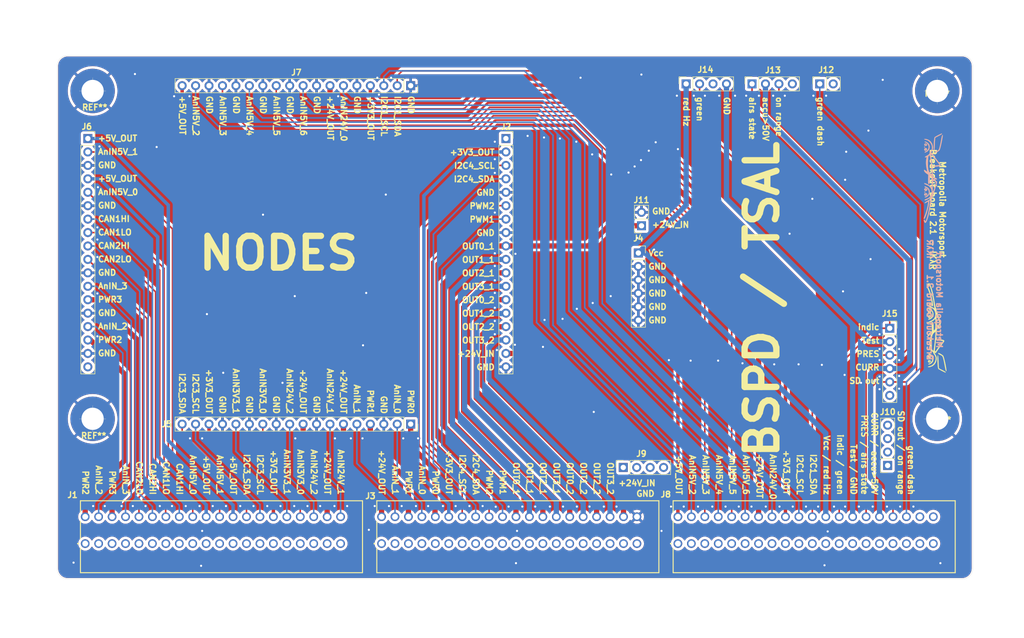
<source format=kicad_pcb>
(kicad_pcb (version 20240108) (generator "pcbnew") (generator_version "8.0")
  (layers (0 "F.Cu" signal) (31 "B.Cu" signal) (34 "B.Paste" user) (35 "F.Paste" user) (36 "B.SilkS" user "B.Silkscreen") (37 "F.SilkS" user "F.Silkscreen") (38 "B.Mask" user) (39 "F.Mask" user) (44 "Edge.Cuts" user))
  (net 0 "")
  (net 14 "/Vin")
  (net 16 "/GND")
  (net 43 "/AnIN5V_0")
  (net 44 "/AnIN5V_1")
  (net 45 "/AnIN24V_1")
  (net 76 "/CAN2LO")
  (net 77 "/CAN2HI")
  (net 78 "/CAN1LO")
  (net 79 "/CAN1HI")
  (net 80 "/I2C3_SDA")
  (net 81 "/I2C3_SCL")
  (net 82 "/+3V3_OUT2")
  (net 83 "/I2C1_SDA")
  (net 84 "/I2C1_SCL")
  (net 85 "/+3V3_OUT1")
  (net 86 "/I2C4_SDA")
  (net 87 "/I2C4_SCL")
  (net 88 "/+3V3_OUT0")
  (net 89 "/+24V_OUT0")
  (net 90 "/+24V_OUT1")
  (net 91 "/+24V_OUT2")
  (net 92 "/PWR1")
  (net 93 "/AnIN_0")
  (net 94 "/PWR2")
  (net 95 "/AnIN_1")
  (net 96 "/PWR3")
  (net 97 "/AnIN_2")
  (net 98 "/AnIN_3")
  (net 99 "/PWM1")
  (net 100 "/PWM2")
  (net 101 "/OUT0_1")
  (net 102 "/OUT1_1")
  (net 103 "/OUT2_1")
  (net 104 "/OUT3_1")
  (net 105 "/OUT0_2")
  (net 106 "/OUT1_2")
  (net 107 "/OUT2_2")
  (net 108 "/OUT3_2")
  (net 109 "/+5V_OUT0")
  (net 110 "/+5V_OUT1")
  (net 111 "/+5V_OUT2")
  (net 113 "/Vcc {slash} red Hz")
  (net 114 "/indic {slash} green")
  (net 115 "/Test {slash} GND")
  (net 116 "/PRES {slash} airs state")
  (net 117 "/green dash")
  (net 121 "/CURR {slash} accu>50V")
  (net 122 "/SD out {slash} on range")
  (net 123 "/AnIN24V_2")
  (net 124 "/AnIN3V3_0")
  (net 125 "/AnIN3V3_1")
  (net 126 "/PWR0")
  (net 127 "/AnIN5V_4")
  (net 128 "/AnIN5V_3")
  (net 129 "/AnIN5V_6")
  (net 130 "/AnIN5V_5")
  (net 131 "/AnIN5V_2")
  (net 132 "/AnIN24V_0")
  (footprint "Connector_PinSocket_2.54mm:PinSocket_1x04_P2.54mm_Vertical" (layer "F.Cu") (at 183.555 50.065 90)
    (property "Reference" "J14")
    (property "Value" "Conn_01x04")
  )
  (footprint "Connector_PinSocket_2.54mm:PinSocket_1x04_P2.54mm_Vertical" (layer "F.Cu") (at 221.63 122.225 180)
    (property "Reference" "J10")
    (property "Value" "Conn_01x04")
  )
  (footprint "Metropolia Motorsport:8.4mm4.2mmBOLT" (layer "F.Cu") (at 231 51.4)
    (property "Reference" "REF**")
    (property "Value" "8.4mm4.2mmBOLT" (hide yes))
  )
  (footprint "Metropolia Motorsport:8.4mm4.2mmBOLT" (layer "F.Cu") (at 71.4 51.4)
    (property "Reference" "REF**")
    (property "Value" "8.4mm4.2mmBOLT" (hide yes))
  )
  (footprint "Connector_PinSocket_2.54mm:PinSocket_1x18_P2.54mm_Vertical" (layer "F.Cu") (at 131.5 114.4 -90)
    (property "Reference" "J5")
    (property "Value" "Conn_01x18")
  )
  (footprint "Connector_PinSocket_2.54mm:PinSocket_1x18_P2.54mm_Vertical" (layer "F.Cu") (at 70.5 60.4)
    (property "Reference" "J6")
    (property "Value" "Conn_01x18")
  )
  (footprint "Connector_Phoenix_SPT:1706013" (layer "F.Cu") (at 70 137)
    (property "Reference" "J1")
    (property "Value" "1706013" (hide yes))
  )
  (footprint "Connector_PinSocket_2.54mm:PinSocket_1x04_P2.54mm_Vertical" (layer "F.Cu") (at 196.005 50.065 90)
    (property "Reference" "J13")
    (property "Value" "Conn_01x04")
  )
  (footprint "Connector_PinSocket_2.54mm:PinSocket_1x06_P2.54mm_Vertical" (layer "F.Cu") (at 222.025 96.275)
    (property "Reference" "J15")
    (property "Value" "Conn_01x06")
  )
  (footprint "Connector_Phoenix_SPT:1706013" (layer "F.Cu") (at 182 137)
    (property "Reference" "J8")
    (property "Value" "1706013" (hide yes))
  )
  (footprint "Metropolia Motorsport:formula_logo" (layer "F.Cu") (at 231 96.2 -90)
    (property "Reference" "G***" (hide yes))
    (property "Value" "LOGO" (hide yes))
  )
  (footprint "Connector_PinSocket_2.54mm:PinSocket_1x18_P2.54mm_Vertical" (layer "F.Cu") (at 149.5 60.4)
    (property "Reference" "J2")
    (property "Value" "Conn_01x18")
  )
  (footprint "Connector_PinSocket_2.54mm:PinSocket_1x02_P2.54mm_Vertical" (layer "F.Cu") (at 208.805 50.065 90)
    (property "Reference" "J12")
    (property "Value" "Conn_01x02")
  )
  (footprint "Connector_PinSocket_2.54mm:PinSocket_1x02_P2.54mm_Vertical" (layer "F.Cu") (at 175.12 76.895 180)
    (property "Reference" "J11")
    (property "Value" "Conn_01x02")
  )
  (footprint "Connector_PinSocket_2.54mm:PinSocket_1x04_P2.54mm_Vertical" (layer "F.Cu") (at 171.675 122.6 90)
    (property "Reference" "J9")
    (property "Value" "Conn_01x04")
  )
  (footprint "Connector_Phoenix_SPT:1706013" (layer "F.Cu") (at 126 137)
    (property "Reference" "J3")
    (property "Value" "1706013" (hide yes))
  )
  (footprint "Metropolia Motorsport:8.4mm4.2mmBOLT" (layer "F.Cu") (at 231 119.1)
    (property "Reference" "REF**")
    (property "Value" "8.4mm4.2mmBOLT" (hide yes))
  )
  (footprint "Metropolia Motorsport:8.4mm4.2mmBOLT" (layer "F.Cu") (at 71.4 119.1)
    (property "Reference" "REF**")
    (property "Value" "8.4mm4.2mmBOLT" (hide yes))
  )
  (footprint "Connector_PinSocket_2.54mm:PinSocket_1x06_P2.54mm_Vertical" (layer "F.Cu") (at 174.525 82.045)
    (property "Reference" "J4")
    (property "Value" "Conn_01x06")
  )
  (footprint "Connector_PinSocket_2.54mm:PinSocket_1x18_P2.54mm_Vertical" (layer "F.Cu") (at 131.5 50.4 -90)
    (property "Reference" "J7")
    (property "Value" "Conn_01x18")
  )
  (footprint "Metropolia Motorsport:formula_logo" (layer "B.Cu") (at 230.3 67.9 90)
    (property "Reference" "G***" (hide yes))
    (property "Value" "LOGO" (hide yes))
  )
  (gr_arc (start 237.7 141.7) (mid 237.114214 143.114214) (end 235.7 143.7) (stroke (width 0.05)) (layer "Edge.Cuts"))
  (gr_line (start 64.7 46.7) (end 64.7 141.7) (stroke (width 0.05)) (layer "Edge.Cuts"))
  (gr_arc (start 66.7 143.7) (mid 65.285786 143.114214) (end 64.7 141.7) (stroke (width 0.05)) (layer "Edge.Cuts"))
  (gr_arc (start 235.7 44.7) (mid 237.114214 45.285786) (end 237.7 46.7) (stroke (width 0.05)) (layer "Edge.Cuts"))
  (gr_line (start 66.7 143.7) (end 235.7 143.7) (stroke (width 0.05)) (layer "Edge.Cuts"))
  (gr_arc (start 64.7 46.7) (mid 65.285786 45.285786) (end 66.7 44.7) (stroke (width 0.05)) (layer "Edge.Cuts"))
  (gr_line (start 235.7 44.7) (end 66.7 44.7) (stroke (width 0.05)) (layer "Edge.Cuts"))
  (gr_line (start 237.7 141.7) (end 237.7 46.7) (stroke (width 0.05)) (layer "Edge.Cuts"))
  (gr_text "Metropolia Motorsport\nBreakout board 2.1 - IKλR" (at 230.5 90.9 270) (layer "B.SilkS") (effects (font (size 1.1 1.1) (thickness 0.254)) (justify mirror)))
  (gr_text "GND" (at 176.3 92.86 0) (layer "F.SilkS") (effects (font (size 1.1 1.1) (thickness 0.254)) (justify left bottom)))
  (gr_text "CAN2HI" (at 72.3 81.32 0) (layer "F.SilkS") (effects (font (size 1.1 1.1) (thickness 0.254)) (justify left bottom)))
  (gr_text "Vcc" (at 176.3 82.7 0) (layer "F.SilkS") (effects (font (size 1.1 1.1) (thickness 0.254)) (justify left bottom)))
  (gr_text "PWR1" (at 130.48 127.9 270) (layer "F.SilkS") (effects (font (size 1.1 1.1) (thickness 0.254)) (justify right bottom)))
  (gr_text "+3V3_OUT" (at 147.5 63.64 0) (layer "F.SilkS") (effects (font (size 1.1 1.1) (thickness 0.254)) (justify right bottom)))
  (gr_text "GND" (at 72.3 86.4 0) (layer "F.SilkS") (effects (font (size 1.1 1.1) (thickness 0.254)) (justify left bottom)))
  (gr_text "+3V3_OUT" (at 138.1 127.9 270) (layer "F.SilkS") (effects (font (size 1.1 1.1) (thickness 0.254)) (justify right bottom)))
  (gr_text "accu>50V" (at 197.94 52.4 270) (layer "F.SilkS") (effects (font (size 1.1 1.1) (thickness 0.254)) (justify left bottom)))
  (gr_text "AnIN5V_0" (at 72.3 71.16 0) (layer "F.SilkS") (effects (font (size 1.1 1.1) (thickness 0.254)) (justify left bottom)))
  (gr_text "OUT1_2" (at 147.5 94.12 0) (layer "F.SilkS") (effects (font (size 1.1 1.1) (thickness 0.254)) (justify right bottom)))
  (gr_text "GND" (at 176.3 87.78 0) (layer "F.SilkS") (effects (font (size 1.1 1.1) (thickness 0.254)) (justify left bottom)))
  (gr_text "GND" (at 177 74.8 0) (layer "F.SilkS") (effects (font (size 1.1 1.1) (thickness 0.254)) (justify left bottom)))
  (gr_text "+5V_OUT" (at 72.3 68.62 0) (layer "F.SilkS") (effects (font (size 1.1 1.1) (thickness 0.254)) (justify left bottom)))
  (gr_text "GND" (at 147.5 71.26 0) (layer "F.SilkS") (effects (font (size 1.1 1.1) (thickness 0.254)) (justify right bottom)))
  (gr_text "GND" (at 176.3 85.24 0) (layer "F.SilkS") (effects (font (size 1.1 1.1) (thickness 0.254)) (justify left bottom)))
  (gr_text "PWR3" (at 74.48 127.9 270) (layer "F.SilkS") (effects (font (size 1.1 1.1) (thickness 0.254)) (justify right bottom)))
  (gr_text "AnIN5V_2" (at 90.28 52.2 270) (layer "F.SilkS") (effects (font (size 1.1 1.1) (thickness 0.254)) (justify left bottom)))
  (gr_text "GND" (at 113.14 52.2 270) (layer "F.SilkS") (effects (font (size 1.1 1.1) (thickness 0.254)) (justify left bottom)))
  (gr_text "GND" (at 105.46 112.6 270) (layer "F.SilkS") (effects (font (size 1.1 1.1) (thickness 0.254)) (justify right bottom)))
  (gr_text "AnIN5V_4" (at 189.16 127.9 270) (layer "F.SilkS") (effects (font (size 1.1 1.1) (thickness 0.254)) (justify right bottom)))
  (gr_text "GND" (at 72.3 73.7 0) (layer "F.SilkS") (effects (font (size 1.1 1.1) (thickness 0.254)) (justify left bottom)))
  (gr_text "GND" (at 113.08 112.6 270) (layer "F.SilkS") (effects (font (size 1.1 1.1) (thickness 0.254)) (justify right bottom)))
  (gr_text "I2C1_SCL" (at 204.4 127.9 270) (layer "F.SilkS") (effects (font (size 1.1 1.1) (thickness 0.254)) (justify right bottom)))
  (gr_text "GND" (at 97.9 52.2 270) (layer "F.SilkS") (effects (font (size 1.1 1.1) (thickness 0.254)) (justify left bottom)))
  (gr_text "green" (at 185.5 52.4 270) (layer "F.SilkS") (effects (font (size 1.1 1.1) (thickness 0.254)) (justify left bottom)))
  (gr_text "+3V3_OUT" (at 123.3 52.2 270) (layer "F.SilkS") (effects (font (size 1.1 1.1) (thickness 0.254)) (justify left bottom)))
  (gr_text "PWM2" (at 147.5 73.8 0) (layer "F.SilkS") (effects (font (size 1.1 1.1) (thickness 0.254)) (justify right bottom)))
  (gr_text "OUT1_2" (at 163.5 127.9 270) (layer "F.SilkS") (effects (font (size 1.1 1.1) (thickness 0.254)) (justify right bottom)))
  (gr_text "CURR" (at 220.2 104.32 0) (layer "F.SilkS") (effects (font (size 1.1 1.1) (thickness 0.254)) (justify right bottom)))
  (gr_text "+24V_IN" (at 177.9 126.2 0) (layer "F.SilkS") (effects (font (size 1.1 1.1) (thickness 0.254)) (justify right bottom)))
  (gr_text "GND" (at 147.5 104.28 0) (layer "F.SilkS") (effects (font (size 1.1 1.1) (thickness 0.254)) (justify right bottom)))
  (gr_text "AnIN24V_1" (at 117.66 127.9 270) (layer "F.SilkS") (effects (font (size 1.1 1.1) (thickness 0.254)) (justify right bottom)))
  (gr_text "AnIN24V_0" (at 199.32 128.8 270) (layer "F.SilkS") (effects (font (size 1.1 1.1) (thickness 0.254)) (justify right bottom)))
  (gr_text "PWM1" (at 147.5 76.34 0) (layer "F.SilkS") (effects (font (size 1.1 1.1) (thickness 0.254)) (justify right bottom)))
  (gr_text "AnIN5V_5" (at 105.52 52.2 270) (layer "F.SilkS") (effects (font (size 1.1 1.1) (thickness 0.254)) (justify left bottom)))
  (gr_text "CAN1HI" (at 87.18 127.9 270) (layer "F.SilkS") (effects (font (size 1.1 1.1) (thickness 0.254)) (justify right bottom)))
  (gr_text "on range" (at 200.48 52.4 270) (layer "F.SilkS") (effects (font (size 1.1 1.1) (thickness 0.254)) (justify left bottom)))
  (gr_text "NODES" (at 90.9 85.6 0) (layer "F.SilkS") (effects (font (size 6 6) (thickness 1.2) (bold yes)) (justify left bottom)))
  (gr_text "AnIN_3" (at 77.02 127.9 270) (layer "F.SilkS") (effects (font (size 1.1 1.1) (thickness 0.254)) (justify right bottom)))
  (gr_text "AnIN24V_2" (at 108 112.6 270) (layer "F.SilkS") (effects (font (size 1.1 1.1) (thickness 0.254)) (justify right bottom)))
  (gr_text "OUT3_1" (at 147.5 89.04 0) (layer "F.SilkS") (effects (font (size 1.1 1.1) (thickness 0.254)) (justify right bottom)))
  (gr_text "PRES" (at 220.2 101.78 0) (layer "F.SilkS") (effects (font (size 1.1 1.1) (thickness 0.254)) (justify right bottom)))
  (gr_text "+5V_OUT" (at 92.26 127.9 270) (layer "F.SilkS") (effects (font (size 1.1 1.1) (thickness 0.254)) (justify right bottom)))
  (gr_text "CAN2HI" (at 82.1 127.9 270) (layer "F.SilkS") (effects (font (size 1.1 1.1) (thickness 0.254)) (justify right bottom)))
  (gr_text "I2C1_SDA" (at 206.94 127.9 270) (layer "F.SilkS") (effects (font (size 1.1 1.1) (thickness 0.254)) (justify right bottom)))
  (gr_text "CAN1LO" (at 84.64 127.9 270) (layer "F.SilkS") (effects (font (size 1.1 1.1) (thickness 0.254)) (justify right bottom)))
  (gr_text "PWR2" (at 69.4 127.9 270) (layer "F.SilkS") (effects (font (size 1.1 1.1) (thickness 0.254)) (justify right bottom)))
  (gr_text "OUT2_1" (at 147.5 86.5 0) (layer "F.SilkS") (effects (font (size 1.1 1.1) (thickness 0.254)) (justify right bottom)))
  (gr_text "GND" (at 147.5 78.88 0) (layer "F.SilkS") (effects (font (size 1.1 1.1) (thickness 0.254)) (justify right bottom)))
  (gr_text "I2C4_SDA" (at 147.5 68.72 0) (layer "F.SilkS") (effects (font (size 1.1 1.1) (thickness 0.254)) (justify right bottom)))
  (gr_text "I2C4_SCL" (at 147.5 66.18 0) (layer "F.SilkS") (effects (font (size 1.1 1.1) (thickness 0.254)) (justify right bottom)))
  (gr_text "+3V3_OUT" (at 92.76 112.6 270) (layer "F.SilkS") (effects (font (size 1.1 1.1) (thickness 0.254)) (justify right bottom)))
  (gr_text "+24V_OUT" (at 118.16 112.6 270) (layer "F.SilkS") (effects (font (size 1.1 1.1) (thickness 0.254)) (justify right bottom)))
  (gr_text "AnIN5V_6" (at 110.6 52.2 270) (layer "F.SilkS") (effects (font (size 1.1 1.1) (thickness 0.254)) (justify left bottom)))
  (gr_text "GND" (at 108.06 52.2 270) (layer "F.SilkS") (effects (font (size 1.1 1.1) (thickness 0.254)) (justify left bottom)))
  (gr_text "I2C4_SDA" (at 143.18 127.9 270) (layer "F.SilkS") (effects (font (size 1.1 1.1) (thickness 0.254)) (justify right bottom)))
  (gr_text "GND" (at 72.3 94.02 0) (layer "F.SilkS") (effects (font (size 1.1 1.1) (thickness 0.254)) (justify left bottom)))
  (gr_text "OUT0_2" (at 147.5 91.58 0) (layer "F.SilkS") (effects (font (size 1.1 1.1) (thickness 0.254)) (justify right bottom)))
  (gr_text "AnIN3V3_0" (at 110.04 127.9 270) (layer "F.SilkS") (effects (font (size 1.1 1.1) (thickness 0.254)) (justify right bottom)))
  (gr_text "+5V_OUT" (at 87.74 52.2 270) (layer "F.SilkS") (effects (font (size 1.1 1.1) (thickness 0.254)) (justify left bottom)))
  (gr_text "I2C4_SCL" (at 140.64 127.9 270) (layer "F.SilkS") (effects (font (size 1.1 1.1) (thickness 0.254)) (justify right bottom)))
  (gr_text "OUT0_2" (at 160.96 127.9 270) (layer "F.SilkS") (effects (font (size 1.1 1.1) (thickness 0.254)) (justify right bottom)))
  (gr_text "CAN2LO" (at 79.56 127.9 270) (layer "F.SilkS") (effects (font (size 1.1 1.1) (thickness 0.254)) (justify right bottom)))
  (gr_text "+24V_OUT" (at 196.78 128.6 270) (layer "F.SilkS") (effects (font (size 1.1 1.1) (thickness 0.254)) (justify right bottom)))
  (gr_text "Vcc / red Hz" (at 209.48 127.9 270) (layer "F.SilkS") (effects (font (size 1.1 1.1) (thickness 0.254)) (justify right bottom)))
  (gr_text "GND" (at 125.78 112.6 270) (layer "F.SilkS") (effects (font (size 1.1 1.1) (thickness 0.254)) (justify right bottom)))
  (gr_text "AnIN_0" (at 133.02 127.9 270) (layer "F.SilkS") (effects (font (size 1.1 1.1) (thickness 0.254)) (justify right bottom)))
  (gr_text "PWR3" (at 72.3 91.48 0) (layer "F.SilkS") (effects (font (size 1.1 1.1) (thickness 0.254)) (justify left bottom)))
  (gr_text "AnIN5V_3" (at 95.36 52.2 270) (layer "F.SilkS") (effects (font (size 1.1 1.1) (thickness 0.254)) (justify left bottom)))
  (gr_text "AnIN3V3_1" (at 107.5 127.9 270) (layer "F.SilkS") (effects (font (size 1.1 1.1) (thickness 0.254)) (justify right bottom)))
  (gr_text "AnIN24V_1" (at 115.62 112.6 270) (layer "F.SilkS") (effects (font (size 1.1 1.1) (thickness 0.254)) (justify right bottom)))
  (gr_text "AnIN5V_2" (at 184.08 127.9 270) (layer "F.SilkS") (effects (font (size 1.1 1.1) (thickness 0.254)) (justify right bottom)))
  (gr_text "OUT2_1" (at 155.88 127.9 270) (layer "F.SilkS") (effects (font (size 1.1 1.1) (thickness 0.254)) (justify right bottom)))
  (gr_text "AnIN_1" (at 127.94 127.9 270) (layer "F.SilkS") (effects (font (size 1.1 1.1) (thickness 0.254)) (justify right bottom)))
  (gr_text "GND" (at 176.3 90.32 0) (layer "F.SilkS") (effects (font (size 1.1 1.1) (thickness 0.254)) (justify left bottom)))
  (gr_text "AnIN5V_5" (at 191.7 127.9 270) (layer "F.SilkS") (effects (font (size 1.1 1.1) (thickness 0.254)) (justify right bottom)))
  (gr_text "+24V_OUT" (at 110.54 112.6 270) (layer "F.SilkS") (effects (font (size 1.1 1.1) (thickness 0.254)) (justify right bottom)))
  (gr_text "GND" (at 92.82 52.2 270) (layer "F.SilkS") (effects (font (size 1.1 1.1) (thickness 0.254)) (justify left bottom)))
  (gr_text "GND" (at 120.76 52.2 270) (layer "F.SilkS") (effects (font (size 1.1 1.1) (thickness 0.254)) (justify left bottom)))
  (gr_text "Test / GND" (at 214.56 127.9 270) (layer "F.SilkS") (effects (font (size 1.1 1.1) (thickness 0.254)) (justify right bottom)))
  (gr_text "indic / green" (at 212.02 127.9 270) (layer "F.SilkS") (effects (font (size 1.1 1.1) (thickness 0.254)) (justify right bottom)))
  (gr_text "AnIN_1" (at 120.7 112.6 270) (layer "F.SilkS") (effects (font (size 1.1 1.1) (thickness 0.254)) (justify right bottom)))
  (gr_text "GND" (at 190.58 52.4 270) (layer "F.SilkS") (effects (font (size 1.1 1.1) (thickness 0.254)) (justify left bottom)))
  (gr_text "OUT0_1" (at 147.5 81.42 0) (layer "F.SilkS") (effects (font (size 1.1 1.1) (thickness 0.254)) (justify right bottom)))
  (gr_text "+3V3_OUT" (at 201.86 127.9 270) (layer "F.SilkS") (effects (font (size 1.1 1.1) (thickness 0.254)) (justify right bottom)))
  (gr_text "OUT0_1" (at 150.8 127.9 270) (layer "F.SilkS") (effects (font (size 1.1 1.1) (thickness 0.254)) (justify right bottom)))
  (gr_text "AnIN5V_0" (at 89.72 127.9 270) (layer "F.SilkS") (effects (font (size 1.1 1.1) (thickness 0.254)) (justify right bottom)))
  (gr_text "+24V_OUT" (at 115.12 127.9 270) (layer "F.SilkS") (effects (font (size 1.1 1.1) (thickness 0.254)) (justify right bottom)))
  (gr_text "PWR0" (at 135.56 127.9 270) (layer "F.SilkS") (effects (font (size 1.1 1.1) (thickness 0.254)) (justify right bottom)))
  (gr_text "GND" (at 95.3 112.6 270) (layer "F.SilkS") (effects (font (size 1.1 1.1) (thickness 0.254)) (justify right bottom)))
  (gr_text "airs state" (at 195.4 52.4 270) (layer "F.SilkS") (effects (font (size 1.1 1.1) (thickness 0.254)) (justify left bottom)))
  (gr_text "AnIN_2" (at 71.94 127.9 270) (layer "F.SilkS") (effects (font (size 1.1 1.1) (thickness 0.254)) (justify right bottom)))
  (gr_text "OUT3_2" (at 147.5 99.2 0) (layer "F.SilkS") (effects (font (size 1.1 1.1) (thickness 0.254)) (justify right bottom)))
  (gr_text "OUT1_1" (at 147.5 83.96 0) (layer "F.SilkS") (effects (font (size 1.1 1.1) (thickness 0.254)) (justify right bottom)))
  (gr_text "GND" (at 130.92 52.2 270) (layer "F.SilkS") (effects (font (size 1.1 1.1) (thickness 0.254)) (justify left bottom)))
  (gr_text "I2C1_SDA" (at 128.38 52.2 270) (layer "F.SilkS") (effects (font (size 1.1 1.1) (thickness 0.254)) (justify left bottom)))
  (gr_text "I2C3_SDA" (at 99.88 127.9 270) (layer "F.SilkS") (effects (font (size 1.1 1.1) (thickness 0.254)) (justify right bottom)))
  (gr_text "green dash" (at 208.3 52.4 270) (layer "F.SilkS") (effects (font (size 1.1 1.1) (thickness 0.254)) (justify left bottom)))
  (gr_text "Test" (at 220.2 99.24 0) (layer "F.SilkS") (effects (font (size 1.1 1.1) (thickness 0.254)) (justify right bottom)))
  (gr_text "OUT1_1" (at 153.34 127.9 270) (layer "F.SilkS") (effects (font (size 1.1 1.1) (thickness 0.254)) (justify right bottom)))
  (gr_text "CAN1HI" (at 72.3 76.24 0) (layer "F.SilkS") (effects (font (size 1.1 1.1) (thickness 0.254)) (justify left bottom)))
  (gr_text "OUT2_2" (at 166.04 127.9 270) (layer "F.SilkS") (effects (font (size 1.1 1.1) (thickness 0.254)) (justify right bottom)))
  (gr_text "CAN2LO" (at 72.3 83.86 0) (layer "F.SilkS") (effects (font (size 1.1 1.1) (thickness 0.254)) (justify left bottom)))
  (gr_text "CURR / accu>50V" (at 218.5 127.9 270) (layer "F.SilkS") (effects (font (size 1.1 1.1) (thickness 0.254)) (justify right bottom)))
  (gr_text "BSPD / TSAL" (at 201.4 121.3 90) (layer "F.SilkS") (effects (font (size 6 6) (thickness 1.2) (bold yes)) (justify left bottom)))
  (gr_text "AnIN5V_1" (at 94.8 127.9 270) (layer "F.SilkS") (effects (font (size 1.1 1.1) (thickness 0.254)) (justify right bottom)))
  (gr_text "green dash" (at 225.4 127.9 270) (layer "F.SilkS") (effects (font (size 1.1 1.1) (thickness 0.254)) (justify right bottom)))
  (gr_text "+24V_OUT" (at 125.4 127.9 270) (layer "F.SilkS") (effects (font (size 1.1 1.1) (thickness 0.254)) (justify right bottom)))
  (gr_text "+5V_OUT" (at 72.3 61 0) (layer "F.SilkS") (effects (font (size 1.1 1.1) (thickness 0.254)) (justify left bottom)))
  (gr_text "I2C1_SCL" (at 125.84 52.2 270) (layer "F.SilkS") (effects (font (size 1.1 1.1) (thickness 0.254)) (justify left bottom)))
  (gr_text "GND" (at 102.98 52.2 270) (layer "F.SilkS") (effects (font (size 1.1 1.1) (thickness 0.254)) (justify left bottom)))
  (gr_text "+24V_IN" (at 177 77.34 0) (layer "F.SilkS") (effects (font (size 1.1 1.1) (thickness 0.254)) (justify left bottom)))
  (gr_text "AnIN_2" (at 72.3 96.56 0) (layer "F.SilkS") (effects (font (size 1.1 1.1) (thickness 0.254)) (justify left bottom)))
  (gr_text "AnIN5V_1" (at 72.3 63.54 0) (layer "F.SilkS") (effects (font (size 1.1 1.1) (thickness 0.254)) (justify left bottom)))
  (gr_text "+3V3_OUT" (at 104.96 127.9 270) (layer "F.SilkS") (effects (font (size 1.1 1.1) (thickness 0.254)) (justify right bottom)))
  (gr_text "CAN1LO" (at 72.3 78.78 0) (layer "F.SilkS") (effects (font (size 1.1 1.1) (thickness 0.254)) (justify left bottom)))
  (gr_text "+24V_IN" (at 147.5 101.74 0) (layer "F.SilkS") (effects (font (size 1.1 1.1) (thickness 0.254)) (justify right bottom)))
  (gr_text "AnIN5V_4" (at 100.44 52.2 270) (layer "F.SilkS") (effects (font (size 1.1 1.1) (thickness 0.254)) (justify left bottom)))
  (gr_text "SD out" (at 220.2 106.86 0) (layer "F.SilkS") (effects (font (size 1.1 1.1) (thickness 0.254)) (justify right bottom)))
  (gr_text "AnIN24V_0" (at 118.22 52.2 270) (layer "F.SilkS") (effects (font (size 1.1 1.1) (thickness 0.254)) (justify left bottom)))
  (gr_text "red Hz" (at 182.96 52.4 270) (layer "F.SilkS") (effects (font (size 1.1 1.1) (thickness 0.254)) (justify left bottom)))
  (gr_text "AnIN5V_3" (at 186.62 127.9 270) (layer "F.SilkS") (effects (font (size 1.1 1.1) (thickness 0.254)) (justify right bottom)))
  (gr_text "indic" (at 220.2 96.7 0) (layer "F.SilkS") (effects (font (size 1.1 1.1) (thickness 0.254)) (justify right bottom)))
  (gr_text "OUT3_2" (at 168.58 127.9 270) (layer "F.SilkS") (effects (font (size 1.1 1.1) (thickness 0.254)) (justify right bottom)))
  (gr_text "AnIN5V_6" (at 194.24 127.9 270) (layer "F.SilkS") (effects (font (size 1.1 1.1) (thickness 0.254)) (justify right bottom)))
  (gr_text "OUT2_2" (at 147.5 96.66 0) (layer "F.SilkS") (effects (font (size 1.1 1.1) (thickness 0.254)) (justify right bottom)))
  (gr_text "OUT3_1" (at 158.42 127.9 270) (layer "F.SilkS") (effects (font (size 1.1 1.1) (thickness 0.254)) (justify right bottom)))
  (gr_text "+24V_OUT" (at 115.68 52.2 270) (layer "F.SilkS") (effects (font (size 1.1 1.1) (thickness 0.254)) (justify left bottom)))
  (gr_text "I2C3_SCL" (at 102.42 127.9 270) (layer "F.SilkS") (effects (font (size 1.1 1.1) (thickness 0.254)) (justify right bottom)))
  (gr_text "I2C3_SCL" (at 90.22 112.6 270) (layer "F.SilkS") (effects (font (size 1.1 1.1) (thickness 0.254)) (justify right bottom)))
  (gr_text "GND" (at 100.38 112.6 270) (layer "F.SilkS") (effects (font (size 1.1 1.1) (thickness 0.254)) (justify right bottom)))
  (gr_text "GND" (at 176.3 95.4 0) (layer "F.SilkS") (effects (font (size 1.1 1.1) (thickness 0.254)) (justify left bottom)))
  (gr_text "+5V_OUT" (at 97.34 127.9 270) (layer "F.SilkS") (effects (font (size 1.1 1.1) (thickness 0.254)) (justify right bottom)))
  (gr_text "AnIN_3" (at 72.3 88.94 0) (layer "F.SilkS") (effects (font (size 1.1 1.1) (thickness 0.254)) (justify left bottom)))
  (gr_text "PWR0" (at 130.86 112.6 270) (layer "F.SilkS") (effects (font (size 1.1 1.1) (thickness 0.254)) (justify right bottom)))
  (gr_text "+5V_OUT" (at 181.54 127.9 270) (layer "F.SilkS") (effects (font (size 1.1 1.1) (thickness 0.254)) (justify right bottom)))
  (gr_text "PWM1" (at 148.26 127.9 270) (layer "F.SilkS") (effects (font (size 1.1 1.1) (thickness 0.254)) (justify right bottom)))
  (gr_text "GND" (at 72.3 66.08 0) (layer "F.SilkS") (effects (font (size 1.1 1.1) (thickness 0.254)) (justify left bottom)))
  (gr_text "GND" (at 72.3 101.64 0) (layer "F.SilkS") (effects (font (size 1.1 1.1) (thickness 0.254)) (justify left bottom)))
  (gr_text "GND" (at 177.7 128.2 0) (layer "F.SilkS") (effects (font (size 1.1 1.1) (thickness 0.254)) (justify right bottom)))
  (gr_text "AnIN24V_2" (at 112.58 127.9 270) (layer "F.SilkS") (effects (font (size 1.1 1.1) (thickness 0.254)) (justify right bottom)))
  (gr_text "PWM2" (at 145.72 127.9 270) (layer "F.SilkS") (effects (font (size 1.1 1.1) (thickness 0.254)) (justify right bottom)))
  (gr_text "AnIN3V3_1" (at 97.84 112.6 270) (layer "F.SilkS") (effects (font (size 1.1 1.1) (thickness 0.254)) (justify right bottom)))
  (gr_text "Metropolia Motorsport\nBreakout board 2.1 - IKλR" (at 231.1 73.8 270) (layer "F.SilkS") (effects (font (size 1.1 1.1) (thickness 0.254))))
  (gr_text "PWR2" (at 72.3 99.1 0) (layer "F.SilkS") (effects (font (size 1.1 1.1) (thickness 0.254)) (justify left bottom)))
  (gr_text "PWR1" (at 123.24 112.6 270) (layer "F.SilkS") (effects (font (size 1.1 1.1) (thickness 0.254)) (justify right bottom)))
  (gr_text "I2C3_SDA" (at 87.68 112.6 270) (layer "F.SilkS") (effects (font (size 1.1 1.1) (thickness 0.254)) (justify right bottom)))
  (gr_text "PRES / airs state" (at 216.6 127.9 270) (layer "F.SilkS") (effects (font (size 1.1 1.1) (thickness 0.254)) (justify right bottom)))
  (gr_text "SD out / on range" (at 223.5 127.9 270) (layer "F.SilkS") (effects (font (size 1.1 1.1) (thickness 0.254)) (justify right bottom)))
  (gr_text "AnIN3V3_0" (at 102.92 112.6 270) (layer "F.SilkS") (effects (font (size 1.1 1.1) (thickness 0.254)) (justify right bottom)))
  (gr_text "AnIN_0" (at 128.32 112.6 270) (layer "F.SilkS") (effects (font (size 1.1 1.1) (thickness 0.254)) (justify right bottom)))
  (target plus (at 231 51.4) (size 5) (width 0.05) (layer "Edge.Cuts"))
  (target plus (at 71.4 51.4) (size 5) (width 0.05) (layer "Edge.Cuts"))
  (target plus (at 231 113.4) (size 5) (width 0.05) (layer "Edge.Cuts"))
  (target plus (at 71.4 113.4) (size 5) (width 0.05) (layer "Edge.Cuts"))
  (segment (start 151.34 101.04) (end 158.8 108.5) (width 1) (layer "F.Cu") (net 14))
  (segment (start 158.8 108.5) (end 158.8 115.5) (width 1) (layer "F.Cu") (net 14))
  (segment (start 149.5 101.04) (end 151.34 101.04) (width 1) (layer "F.Cu") (net 14))
  (segment (start 171.72 128.42) (end 171.72 131.92) (width 1) (layer "F.Cu") (net 14))
  (segment (start 158.8 115.5) (end 171.72 128.42) (width 1) (layer "F.Cu") (net 14))
  (via (at 163.6 48.9) (size 0.8) (drill 0.4) (layers "F.Cu" "B.Cu") (net 16))
  (via (at 86.4 129.9) (size 0.8) (drill 0.4) (layers "F.Cu" "B.Cu") (net 16))
  (via (at 147.4 66.9) (size 0.8) (drill 0.4) (layers "F.Cu" "B.Cu") (net 16))
  (via (at 99.3 129.9) (size 0.8) (drill 0.4) (layers "F.Cu" "B.Cu") (net 16))
  (via (at 184.4 102.4) (size 0.8) (drill 0.4) (layers "F.Cu" "B.Cu") (net 16))
  (via (at 162.9 130) (size 0.8) (drill 0.4) (layers "F.Cu" "B.Cu") (net 16))
  (via (at 132.5 129.9) (size 0.8) (drill 0.4) (layers "F.Cu" "B.Cu") (net 16))
  (via (at 174.3 79.2) (size 0.8) (drill 0.4) (layers "F.Cu" "B.Cu") (net 16))
  (via (at 114.4 129.9) (size 0.8) (drill 0.4) (layers "F.Cu" "B.Cu") (net 16))
  (via (at 103.6 74.8) (size 0.8) (drill 0.4) (layers "F.Cu" "B.Cu") (net 16))
  (via (at 72.3 82.8) (size 0.8) (drill 0.4) (layers "F.Cu" "B.Cu") (net 16))
  (via (at 117.8 52.4) (size 0.8) (drill 0.4) (layers "F.Cu" "B.Cu") (net 16))
  (via (at 216.2 130) (size 0.8) (drill 0.4) (layers "F.Cu" "B.Cu") (net 16))
  (via (at 156.8 94.7) (size 0.8) (drill 0.4) (layers "F.Cu" "B.Cu") (net 16))
  (via (at 127.4 129.9) (size 0.8) (drill 0.4) (layers "F.Cu" "B.Cu") (net 16))
  (via (at 180.7 130) (size 0.8) (drill 0.4) (layers "F.Cu" "B.Cu") (net 16))
  (via (at 210.3 134.7) (size 0.8) (drill 0.4) (layers "F.Cu" "B.Cu") (net 16))
  (via (at 200 52.3) (size 0.8) (drill 0.4) (layers "F.Cu" "B.Cu") (net 16))
  (via (at 202.2 52.3) (size 0.8) (drill 0.4) (layers "F.Cu" "B.Cu") (net 16))
  (via (at 223.8 102.3) (size 0.8) (drill 0.4) (layers "F.Cu" "B.Cu") (net 16))
  (via (at 223.8 107.7) (size 0.8) (drill 0.4) (layers "F.Cu" "B.Cu") (net 16))
  (via (at 155.04 130) (size 0.8) (drill 0.4) (layers "F.Cu" "B.Cu") (net 16))
  (via (at 127.8 48.9) (size 0.8) (drill 0.4) (layers "F.Cu" "B.Cu") (net 16))
  (via (at 204.8 103.1) (size 0.8) (drill 0.4) (layers "F.Cu" "B.Cu") (net 16))
  (via (at 172.669669 66.830331) (size 0.8) (drill 0.4) (layers "F.Cu" "B.Cu") (net 16))
  (via (at 147.8 100.4) (size 0.8) (drill 0.4) (layers "F.Cu" "B.Cu") (net 16))
  (via (at 181.8 52.3) (size 0.8) (drill 0.4) (layers "F.Cu" "B.Cu") (net 16))
  (via (at 195.9 130) (size 0.8) (drill 0.4) (layers "F.Cu" "B.Cu") (net 16))
  (via (at 124.7 129.9) (size 0.8) (drill 0.4) (layers "F.Cu" "B.Cu") (net 16))
  (via (at 109.5 129.9) (size 0.8) (drill 0.4) (layers "F.Cu" "B.Cu") (net 16))
  (via (at 137.6 129.9) (size 0.8) (drill 0.4) (layers "F.Cu" "B.Cu") (net 16))
  (via (at 79 129.9) (size 0.8) (drill 0.4) (layers "F.Cu" "B.Cu") (net 16))
  (via (at 84.1 129.9) (size 0.8) (drill 0.4) (layers "F.Cu" "B.Cu") (net 16))
  (via (at 189.8 52.3) (size 0.8) (drill 0.4) (layers "F.Cu" "B.Cu") (net 16))
  (via (at 220.1 97.4) (size 0.8) (drill 0.4) (layers "F.Cu" "B.Cu") (net 16))
  (via (at 194.2 102.9) (size 0.8) (drill 0.4) (layers "F.Cu" "B.Cu") (net 16))
  (via (at 221.5 130) (size 0.8) (drill 0.4) (layers "F.Cu" "B.Cu") (net 16))
  (via (at 224 130) (size 0.8) (drill 0.4) (layers "F.Cu" "B.Cu") (net 16))
  (via (at 147.4 64.3) (size 0.8) (drill 0.4) (layers "F.Cu" "B.Cu") (net 16))
  (via (at 92.1 134.6) (size 0.8) (drill 0.4) (layers "F.Cu" "B.Cu") (net 16))
  (via (at 101.8 129.9) (size 0.8) (drill 0.4) (layers "F.Cu" "B.Cu") (net 16))
  (via (at 151.6 134.6) (size 0.8) (drill 0.4) (layers "F.Cu" "B.Cu") (net 16))
  (via (at 91.9 141.2) (size 0.8) (drill 0.4) (layers "F.Cu" "B.Cu") (net 16))
  (via (at 177.8 61.1) (size 0.8) (drill 0.4) (layers "F.Cu" "B.Cu") (net 16))
  (via (at 147.569669 130.030331) (size 0.8) (drill 0.4) (layers "F.Cu" "B.Cu") (net 16))
  (via (at 173.819669 65.680331) (size 0.8) (drill 0.4) (layers "F.Cu" "B.Cu") (net 16))
  (via (at 125.5 52.1) (size 0.8) (drill 0.4) (layers "F.Cu" "B.Cu") (net 16))
  (via (at 119.5 129.9) (size 0.8) (drill 0.4) (layers "F.Cu" "B.Cu") (net 16))
  (via (at 130.1 117.1) (size 0.8) (drill 0.4) (layers "F.Cu" "B.Cu") (net 16))
  (via (at 213.8 62.9) (size 0.8) (drill 0.4) (layers "F.Cu" "B.Cu") (net 16))
  (via (at 89 129.9) (size 0.8) (drill 0.4) (layers "F.Cu" "B.Cu") (net 16))
  (via (at 142.6 129.9) (size 0.8) (drill 0.4) (layers "F.Cu" "B.Cu") (net 16))
  (via (at 165.3 130) (size 0.8) (drill 0.4) (layers "F.Cu" "B.Cu") (net 16))
  (via (at 71.5 129.9) (size 0.8) (drill 0.4) (layers "F.Cu" "B.Cu") (net 16))
  (via (at 109.7 117.1) (size 0.8) (drill 0.4) (layers "F.Cu" "B.Cu") (net 16))
  (via (at 132.9 117.1) (size 0.8) (drill 0.4) (layers "F.Cu" "B.Cu") (net 16))
  (via (at 220.1 105.4) (size 0.8) (drill 0.4) (layers "F.Cu" "B.Cu") (net 16))
  (via (at 109.6 90.2) (size 0.8) (drill 0.4) (layers "F.Cu" "B.Cu") (net 16))
  (via (at 122.4 117.1) (size 0.8) (drill 0.4) (layers "F.Cu" "B.Cu") (net 16))
  (via (at 72.3 79.5) (size 0.8) (drill 0.4) (layers "F.Cu" "B.Cu") (net 16))
  (via (at 218.4 83.2) (size 0.8) (drill 0.4) (layers "F.Cu" "B.Cu") (net 16))
  (via (at 147.4 74.4) (size 0.8) (drill 0.4) (layers "F.Cu" "B.Cu") (net 16))
  (via (at 117.1 129.9) (size 0.8) (drill 0.4) (layers "F.Cu" "B.Cu") (net 16))
  (via (at 175.022182 64.477818) (size 0.8) (drill 0.4) (layers "F.Cu" "B.Cu") (net 16))
  (via (at 147.4 61) (size 0.8) (drill 0.4) (layers "F.Cu" "B.Cu") (net 16))
  (via (at 160.3 130) (size 0.8) (drill 0.4) (layers "F.Cu" "B.Cu") (net 16))
  (via (at 223.8 100.2) (size 0.8) (drill 0.4) (layers "F.Cu" "B.Cu") (net 16))
  (via (at 209.2 103.2) (size 0.8) (drill 0.4) (layers "F.Cu" "B.Cu") (net 16))
  (via (at 201.2 130) (size 0.8) (drill 0.4) (layers "F.Cu" "B.Cu") (net 16))
  (via (at 147.4 87.2) (size 0.8) (drill 0.4) (layers "F.Cu" "B.Cu") (net 16))
  (via (at 183.1 130) (size 0.8) (drill 0.4) (layers "F.Cu" "B.Cu") (net 16))
  (via (at 166.1 112.1) (size 0.8) (drill 0.4) (layers "F.Cu" "B.Cu") (net 16))
  (via (at 162.9 92.6) (size 0.8) (drill 0.4) (layers "F.Cu" "B.Cu") (net 16))
  (via (at 123.1 89.6) (size 0.8) (drill 0.4) (layers "F.Cu" "B.Cu") (net 16))
  (via (at 86.8 52.4) (size 0.8) (drill 0.4) (layers "F.Cu" "B.Cu") (net 16))
  (via (at 220.7 49.3) (size 0.8) (drill 0.4) (layers "F.Cu" "B.Cu") (net 16))
  (via (at 89.8 117.1) (size 0.8) (drill 0.4) (layers "F.Cu" "B.Cu") (net 16))
  (via (at 94.1 129.9) (size 0.8) (drill 0.4) (layers "F.Cu" "B.Cu") (net 16))
  (via (at 147.4 97.4) (size 0.8) (drill 0.4) (layers "F.Cu" "B.Cu") (net 16))
  (via (at 188.5 130) (size 0.8) (drill 0.4) (layers "F.Cu" "B.Cu") (net 16))
  (via (at 231.6 140.7) (size 0.8) (drill 0.4) (layers "F.Cu" "B.Cu") (net 16))
  (via (at 96.6 129.9) (size 0.8) (drill 0.4) (layers "F.Cu" "B.Cu") (net 16))
  (via (at 150 130) (size 0.8) (drill 0.4) (layers "F.Cu" "B.Cu") (net 16))
  (via (at 197.3 52.3) (size 0.8) (drill 0.4) (layers "F.Cu" "B.Cu") (net 16))
  (via (at 207.4 71.8) (size 0.8) (drill 0.4) (layers "F.Cu" "B.Cu") (net 16))
  (via (at 79.4 48.2) (size 0.8) (drill 0.4) (layers "F.Cu" "B.Cu") (net 16))
  (via (at 160.2 94.5) (size 0.8) (drill 0.4) (layers "F.Cu" "B.Cu") (net 16))
  (via (at 151.4 140.7) (size 0.8) (drill 0.4) (layers "F.Cu" "B.Cu") (net 16))
  (via (at 117.2 117.1) (size 0.8) (drill 0.4) (layers "F.Cu" "B.Cu") (net 16))
  (via (at 176.495926 62.704074) (size 0.8) (drill 0.4) (layers "F.Cu" "B.Cu") (net 16))
  (via (at 177.5 81.4) (size 0.8) (drill 0.4) (layers "F.Cu" "B.Cu") (net 16))
  (via (at 125.2 48.9) (size 0.8) (drill 0.4) (layers "F.Cu" "B.Cu") (net 16))
  (via (at 193.5 130) (size 0.8) (drill 0.4) (layers "F.Cu" "B.Cu") (net 16))
  (via (at 213.6 130) (size 0.8) (drill 0.4) (layers "F.Cu" "B.Cu") (net 16))
  (via (at 180.3 102.3) (size 0.8) (drill 0.4) (layers "F.Cu" "B.Cu") (net 16))
  (via (at 165.9 91.5) (size 0.8) (drill 0.4) (layers "F.Cu" "B.Cu") (net 16))
  (via (at 210 52.3) (size 0.8) (drill 0.4) (layers "F.Cu" "B.Cu") (net 16))
  (via (at 156.5 99.8) (size 0.8) (drill 0.4) (layers "F.Cu" "B.Cu") (net 16))
  (via (at 152.6 130) (size 0.8) (drill 0.4) (layers "F.Cu" "B.Cu") (net 16))
  (via (at 104.4 129.9) (size 0.8) (drill 0.4) (layers "F.Cu" "B.Cu") (net 16))
  (via (at 153.6 59.9) (size 0.8) (drill 0.4) (layers "F.Cu" "B.Cu") (net 16))
  (via (at 72.4 69.6) (size 0.8) (drill 0.4) (layers "F.Cu" "B.Cu") (net 16))
  (via (at 203.7 130) (size 0.8) (drill 0.4) (layers "F.Cu" "B.Cu") (net 16))
  (via (at 206.2 130) (size 0.8) (drill 0.4) (layers "F.Cu" "B.Cu") (net 16))
  (via (at 145.1 129.9) (size 0.8) (drill 0.4) (layers "F.Cu" "B.Cu") (net 16))
  (via (at 216.6 106.6) (size 0.8) (drill 0.4) (layers "F.Cu" "B.Cu") (net 16))
  (via (at 185.8 130) (size 0.8) (drill 0.4) (layers "F.Cu" "B.Cu") (net 16))
  (via (at 73.7 129.9) (size 0.8) (drill 0.4) (layers "F.Cu" "B.Cu") (net 16))
  (via (at 83.5 62) (size 0.8) (drill 0.4) (layers "F.Cu" "B.Cu") (net 16))
  (via (at 218.8 130) (size 0.8) (drill 0.4) (layers "F.Cu" "B.Cu") (net 16))
  (via (at 192.8 52.3) (size 0.8) (drill 0.4) (layers "F.Cu" "B.Cu") (net 16))
  (via (at 147.4 82.1) (size 0.8) (drill 0.4) (layers "F.Cu" "B.Cu") (net 16))
  (via (at 175.1 48.3) (size 0.8) (drill 0.4) (layers "F.Cu" "B.Cu") (net 16))
  (via (at 169.3 90.2) (size 0.8) (drill 0.4) (layers "F.Cu" "B.Cu") (net 16))
  (via (at 157.8 130) (size 0.8) (drill 0.4) (layers "F.Cu" "B.Cu") (net 16))
  (via (at 126.8 71) (size 0.8) (drill 0.4) (layers "F.Cu" "B.Cu") (net 16))
  (via (at 151.2 99.4) (size 0.8) (drill 0.4) (layers "F.Cu" "B.Cu") (net 16))
  (via (at 218 58.9) (size 0.8) (drill 0.4) (layers "F.Cu" "B.Cu") (net 16))
  (via (at 203.1 78.4) (size 0.8) (drill 0.4) (layers "F.Cu" "B.Cu") (net 16))
  (via (at 187.1 52.3) (size 0.8) (drill 0.4) (layers "F.Cu" "B.Cu") (net 16))
  (via (at 213.2 89.3) (size 0.8) (drill 0.4) (layers "F.Cu" "B.Cu") (net 16))
  (via (at 140 129.9) (size 0.8) (drill 0.4) (layers "F.Cu" "B.Cu") (net 16))
  (via (at 151.3 82.2) (size 0.8) (drill 0.4) (layers "F.Cu" "B.Cu") (net 16))
  (via (at 120.2 117.1) (size 0.8) (drill 0.4) (layers "F.Cu" "B.Cu") (net 16))
  (via (at 89.7 52.4) (size 0.8) (drill 0.4) (layers "F.Cu" "B.Cu") (net 16))
  (via (at 220.1 102.3) (size 0.8) (drill 0.4) (layers "F.Cu" "B.Cu") (net 16))
  (via (at 170.4 130) (size 0.8) (drill 0.4) (layers "F.Cu" "B.Cu") (net 16))
  (via (at 223.8 105.3) (size 0.8) (drill 0.4) (layers "F.Cu" "B.Cu") (net 16))
  (via (at 67.8 140.6) (size 0.8) (drill 0.4) (layers "F.Cu" "B.Cu") (net 16))
  (via (at 220.1 107.8) (size 0.8) (drill 0.4) (layers "F.Cu" "B.Cu") (net 16))
  (via (at 165.8 63.4) (size 0.8) (drill 0.4) (layers "F.Cu" "B.Cu") (net 16))
  (via (at 207.6 52.3) (size 0.8) (drill 0.4) (layers "F.Cu" "B.Cu") (net 16))
  (via (at 226.5 130) (size 0.8) (drill 0.4) (layers "F.Cu" "B.Cu") (net 16))
  (via (at 72.7 61.9) (size 0.8) (drill 0.4) (layers "F.Cu" "B.Cu") (net 16))
  (via (at 209.7 141.1) (size 0.8) (drill 0.4) (layers "F.Cu" "B.Cu") (net 16))
  (via (at 162.8 61) (size 0.8) (drill 0.4) (layers "F.Cu" "B.Cu") (net 16))
  (via (at 182 62.4) (size 0.8) (drill 0.4) (layers "F.Cu" "B.Cu") (net 16))
  (via (at 178.9 134.6) (size 0.8) (drill 0.4) (layers "F.Cu" "B.Cu") (net 16))
  (via (at 156.7 60.2) (size 0.8) (drill 0.4) (layers "F.Cu" "B.Cu") (net 16))
  (via (at 112 129.9) (size 0.8) (drill 0.4) (layers "F.Cu" "B.Cu") (net 16))
  (via (at 106.9 129.9) (size 0.8) (drill 0.4) (layers "F.Cu" "B.Cu") (net 16))
  (via (at 189.6 102.4) (size 0.8) (drill 0.4) (layers "F.Cu" "B.Cu") (net 16))
  (via (at 76.87 129.9) (size 0.8) (drill 0.4) (layers "F.Cu" "B.Cu") (net 16))
  (via (at 129.8 129.9) (size 0.8) (drill 0.4) (layers "F.Cu" "B.Cu") (net 16))
  (via (at 92.1 117.1) (size 0.8) (drill 0.4) (layers "F.Cu" "B.Cu") (net 16))
  (via (at 81.4 129.9) (size 0.8) (drill 0.4) (layers "F.Cu" "B.Cu") (net 16))
  (via (at 213.5 105.1) (size 0.8) (drill 0.4) (layers "F.Cu" "B.Cu") (net 16))
  (via (at 213.6 68.2) (size 0.8) (drill 0.4) (layers "F.Cu" "B.Cu") (net 16))
  (via (at 185 52.3) (size 0.8) (drill 0.4) (layers "F.Cu" "B.Cu") (net 16))
  (via (at 123.6 134.4) (size 0.8) (drill 0.4) (layers "F.Cu" "B.Cu") (net 16))
  (via (at 147.4 84.5) (size 0.8) (drill 0.4) (layers "F.Cu" "B.Cu") (net 16))
  (via (at 147.4 92.4) (size 0.8) (drill 0.4) (layers "F.Cu" "B.Cu") (net 16))
  (via (at 72.3 77.2) (size 0.8) (drill 0.4) (layers "F.Cu" "B.Cu") (net 16))
  (via (at 194.9 52.3) (size 0.8) (drill 0.4) (layers "F.Cu" "B.Cu") (net 16))
  (via (at 198.6 130) (size 0.8) (drill 0.4) (layers "F.Cu" "B.Cu") (net 16))
  (via (at 191 130) (size 0.8) (drill 0.4) (layers "F.Cu" "B.Cu") (net 16))
  (via (at 208.5 130) (size 0.8) (drill 0.4) (layers "F.Cu" "B.Cu") (net 16))
  (via (at 200.2 103.1) (size 0.8) (drill 0.4) (layers "F.Cu" "B.Cu") (net 16))
  (via (at 159.7 60.4) (size 0.8) (drill 0.4) (layers "F.Cu" "B.Cu") (net 16))
  (via (at 169.4 67.2) (size 0.8) (drill 0.4) (layers "F.Cu" "B.Cu") (net 16))
  (via (at 93 93.6) (size 0.8) (drill 0.4) (layers "F.Cu" "B.Cu") (net 16))
  (via (at 72.3 97.8) (size 0.8) (drill 0.4) (layers "F.Cu" "B.Cu") (net 16))
  (via (at 147.4 89.6) (size 0.8) (drill 0.4) (layers "F.Cu" "B.Cu") (net 16))
  (via (at 107.28 106.6) (size 0.8) (drill 0.4) (layers "F.Cu" "B.Cu") (net 16))
  (via (at 122.5 99.5) (size 0.8) (drill 0.4) (layers "F.Cu" "B.Cu") (net 16))
  (via (at 96.08 104.7) (size 0.8) (drill 0.4) (layers "F.Cu" "B.Cu") (net 16))
  (via (at 134.8 129.9) (size 0.8) (drill 0.4) (layers "F.Cu" "B.Cu") (net 16))
  (via (at 211.5 130) (size 0.8) (drill 0.4) (layers "F.Cu" "B.Cu") (net 16))
  (via (at 91.6 129.9) (size 0.8) (drill 0.4) (layers "F.Cu" "B.Cu") (net 16))
  (via (at 220.1 100.2) (size 0.8) (drill 0.4) (layers "F.Cu" "B.Cu") (net 16))
  (via (at 147.4 94.9) (size 0.8) (drill 0.4) (layers "F.Cu" "B.Cu") (net 16))
  (via (at 168 130) (size 0.8) (drill 0.4) (layers "F.Cu" "B.Cu") (net 16))
  (via (at 72.3 89.7) (size 0.8) (drill 0.4) (layers "F.Cu" "B.Cu") (net 16))
  (segment (start 70.5 70.56) (end 84.9 84.96) (width 0.3) (layer "F.Cu") (net 43))
  (segment (start 84.9 84.96) (end 84.9 124.1) (width 0.3) (layer "F.Cu") (net 43))
  (segment (start 84.9 124.1) (end 90.32 129.52) (width 0.3) (layer "F.Cu") (net 43))
  (segment (start 90.32 129.52) (end 90.32 131.92) (width 0.3) (layer "F.Cu") (net 43))
  (segment (start 86.5 121.1) (end 95.4 130) (width 0.3) (layer "F.Cu") (net 44))
  (segment (start 86.5 77.5) (end 86.5 121.1) (width 0.3) (layer "F.Cu") (net 44))
  (segment (start 70.5 62.94) (end 71.94 62.94) (width 0.3) (layer "F.Cu") (net 44))
  (segment (start 95.4 130) (end 95.4 131.92) (width 0.3) (layer "F.Cu") (net 44))
  (segment (start 71.94 62.94) (end 86.5 77.5) (width 0.3) (layer "F.Cu") (net 44))
  (segment (start 118.26 126.76) (end 118.26 131.92) (width 0.3) (layer "B.Cu") (net 45))
  (segment (start 116.26 114.4) (end 116.26 124.76) (width 0.3) (layer "B.Cu") (net 45))
  (segment (start 116.26 124.76) (end 118.26 126.76) (width 0.3) (layer "B.Cu") (net 45))
  (segment (start 81.7 94.46) (end 81.7 126.7) (width 0.3) (layer "F.Cu") (net 76))
  (segment (start 70.5 83.26) (end 81.7 94.46) (width 0.3) (layer "F.Cu") (net 76))
  (segment (start 80.16 128.24) (end 80.16 131.92) (width 0.3) (layer "F.Cu") (net 76))
  (segment (start 81.7 126.7) (end 80.16 128.24) (width 0.3) (layer "F.Cu") (net 76))
  (segment (start 80.3 127.6) (end 80.3 89.3) (width 0.3) (layer "B.Cu") (net 77))
  (segment (start 82.7 130) (end 80.3 127.6) (width 0.3) (layer "B.Cu") (net 77))
  (segment (start 71.72 80.72) (end 70.5 80.72) (width 0.3) (layer "B.Cu") (net 77))
  (segment (start 80.3 89.3) (end 71.72 80.72) (width 0.3) (layer "B.Cu") (net 77))
  (segment (start 82.7 131.92) (end 82.7 130) (width 0.3) (layer "B.Cu") (net 77))
  (segment (start 85.24 131.92) (end 85.2 131.88) (width 0.3) (layer "F.Cu") (net 78))
  (segment (start 72.08 78.18) (end 70.5 78.18) (width 0.3) (layer "F.Cu") (net 78))
  (segment (start 85.2 129.1) (end 83.3 127.2) (width 0.3) (layer "F.Cu") (net 78))
  (segment (start 83.3 89.4) (end 72.08 78.18) (width 0.3) (layer "F.Cu") (net 78))
  (segment (start 85.2 131.88) (end 85.2 129.1) (width 0.3) (layer "F.Cu") (net 78))
  (segment (start 83.3 127.2) (end 83.3 89.4) (width 0.3) (layer "F.Cu") (net 78))
  (segment (start 87.78 131.92) (end 87.78 129.78) (width 0.3) (layer "B.Cu") (net 79))
  (segment (start 87.78 129.78) (end 81.9 123.9) (width 0.3) (layer "B.Cu") (net 79))
  (segment (start 72.14 75.64) (end 70.5 75.64) (width 0.3) (layer "B.Cu") (net 79))
  (segment (start 81.9 85.4) (end 72.14 75.64) (width 0.3) (layer "B.Cu") (net 79))
  (segment (start 81.9 123.9) (end 81.9 85.4) (width 0.3) (layer "B.Cu") (net 79))
  (segment (start 88.32 114.4) (end 88.32 116.72) (width 0.3) (layer "F.Cu") (net 80))
  (segment (start 88.32 116.72) (end 100.48 128.88) (width 0.3) (layer "F.Cu") (net 80))
  (segment (start 100.48 128.88) (end 100.48 131.92) (width 0.3) (layer "F.Cu") (net 80))
  (segment (start 103.02 129.62) (end 103.02 131.92) (width 0.3) (layer "B.Cu") (net 81))
  (segment (start 90.86 114.4) (end 90.86 117.46) (width 0.3) (layer "B.Cu") (net 81))
  (segment (start 90.86 117.46) (end 103.02 129.62) (width 0.3) (layer "B.Cu") (net 81))
  (segment (start 138.7 131.92) (end 138.7 129.5) (width 0.65) (layer "B.Cu") (net 82))
  (segment (start 138.7 129.5) (end 134 124.8) (width 0.65) (layer "B.Cu") (net 82))
  (segment (start 134 71.2) (end 142.26 62.94) (width 0.65) (layer "B.Cu") (net 82))
  (segment (start 142.26 62.94) (end 149.5 62.94) (width 0.65) (layer "B.Cu") (net 82))
  (segment (start 134 124.8) (end 134 71.2) (width 0.65) (layer "B.Cu") (net 82))
  (segment (start 207.4 131.92) (end 207.4 89.6) (width 0.3) (layer "F.Cu") (net 83))
  (segment (start 129.9 47.6) (end 128.96 48.54) (width 0.3) (layer "F.Cu") (net 83))
  (segment (start 207.4 89.6) (end 165.4 47.6) (width 0.3) (layer "F.Cu") (net 83))
  (segment (start 165.4 47.6) (end 129.9 47.6) (width 0.3) (layer "F.Cu") (net 83))
  (segment (start 128.96 48.54) (end 128.96 50.4) (width 0.3) (layer "F.Cu") (net 83))
  (segment (start 167.7 62.3) (end 167.7 91.6) (width 0.3) (layer "B.Cu") (net 84))
  (segment (start 167.7 91.6) (end 204.86 128.76) (width 0.3) (layer "B.Cu") (net 84))
  (segment (start 126.42 48.68) (end 127.5 47.6) (width 0.3) (layer "B.Cu") (net 84))
  (segment (start 127.5 47.6) (end 153 47.6) (width 0.3) (layer "B.Cu") (net 84))
  (segment (start 153 47.6) (end 167.7 62.3) (width 0.3) (layer "B.Cu") (net 84))
  (segment (start 204.86 128.76) (end 204.86 131.92) (width 0.3) (layer "B.Cu") (net 84))
  (segment (start 126.42 50.4) (end 126.42 48.68) (width 0.3) (layer "B.Cu") (net 84))
  (segment (start 105.56 129.26) (end 105.56 131.92) (width 0.65) (layer "F.Cu") (net 85))
  (segment (start 93.4 114.4) (end 93.4 117.1) (width 0.65) (layer "F.Cu") (net 85))
  (segment (start 93.4 117.1) (end 105.56 129.26) (width 0.65) (layer "F.Cu") (net 85))
  (segment (start 146.28 68.02) (end 149.5 68.02) (width 0.3) (layer "B.Cu") (net 86))
  (segment (start 143.78 129.78) (end 135.8 121.8) (width 0.3) (layer "B.Cu") (net 86))
  (segment (start 135.8 121.8) (end 135.8 78.5) (width 0.3) (layer "B.Cu") (net 86))
  (segment (start 143.78 131.92) (end 143.78 129.78) (width 0.3) (layer "B.Cu") (net 86))
  (segment (start 135.8 78.5) (end 146.28 68.02) (width 0.3) (layer "B.Cu") (net 86))
  (segment (start 133.9 118.1) (end 133.9 77.4) (width 0.3) (layer "F.Cu") (net 87))
  (segment (start 145.82 65.48) (end 149.5 65.48) (width 0.3) (layer "F.Cu") (net 87))
  (segment (start 141.24 125.44) (end 133.9 118.1) (width 0.3) (layer "F.Cu") (net 87))
  (segment (start 141.24 131.92) (end 141.24 125.44) (width 0.3) (layer "F.Cu") (net 87))
  (segment (start 133.9 77.4) (end 145.82 65.48) (width 0.3) (layer "F.Cu") (net 87))
  (segment (start 144.7 50.3) (end 165.4 50.3) (width 0.65) (layer "F.Cu") (net 88))
  (segment (start 141.2 53.8) (end 144.7 50.3) (width 0.65) (layer "F.Cu") (net 88))
  (segment (start 165.4 50.3) (end 202.32 87.22) (width 0.65) (layer "F.Cu") (net 88))
  (segment (start 125.3 53.8) (end 141.2 53.8) (width 0.65) (layer "F.Cu") (net 88))
  (segment (start 123.88 50.4) (end 123.88 52.38) (width 0.65) (layer "F.Cu") (net 88))
  (segment (start 123.88 52.38) (end 125.3 53.8) (width 0.65) (layer "F.Cu") (net 88))
  (segment (start 202.32 87.22) (end 202.32 131.92) (width 0.65) (layer "F.Cu") (net 88))
  (segment (start 197.24 85.14) (end 197.24 131.92) (width 1) (layer "F.Cu") (net 89))
  (segment (start 142.1 55.9) (end 145.6 52.4) (width 1) (layer "F.Cu") (net 89))
  (segment (start 145.6 52.4) (end 164.5 52.4) (width 1) (layer "F.Cu") (net 89))
  (segment (start 116.26 53.06) (end 119.1 55.9) (width 1) (layer "F.Cu") (net 89))
  (segment (start 116.26 50.4) (end 116.26 53.06) (width 1) (layer "F.Cu") (net 89))
  (segment (start 164.5 52.4) (end 197.24 85.14) (width 1) (layer "F.Cu") (net 89))
  (segment (start 119.1 55.9) (end 142.1 55.9) (width 1) (layer "F.Cu") (net 89))
  (segment (start 126 129.3) (end 126 131.92) (width 1) (layer "F.Cu") (net 90))
  (segment (start 118.8 114.4) (end 118.8 122.1) (width 1) (layer "F.Cu") (net 90))
  (segment (start 118.8 122.1) (end 126 129.3) (width 1) (layer "F.Cu") (net 90))
  (segment (start 111.18 121.98) (end 115.72 126.52) (width 1) (layer "F.Cu") (net 91))
  (segment (start 111.18 114.4) (end 111.18 121.98) (width 1) (layer "F.Cu") (net 91))
  (segment (start 115.72 126.52) (end 115.72 131.92) (width 1) (layer "F.Cu") (net 91))
  (segment (start 131.08 131.92) (end 131.08 125.18) (width 1) (layer "F.Cu") (net 92))
  (segment (start 131.08 125.18) (end 123.88 117.98) (width 1) (layer "F.Cu") (net 92))
  (segment (start 123.88 117.98) (end 123.88 114.4) (width 1) (layer "F.Cu") (net 92))
  (segment (start 133.6 129.3) (end 133.6 131.9) (width 0.3) (layer "B.Cu") (net 93))
  (segment (start 128.96 124.66) (end 133.6 129.3) (width 0.3) (layer "B.Cu") (net 93))
  (segment (start 133.6 131.9) (end 133.62 131.92) (width 0.3) (layer "B.Cu") (net 93))
  (segment (start 128.96 114.4) (end 128.96 124.66) (width 0.3) (layer "B.Cu") (net 93))
  (segment (start 70.5 98.5) (end 71 98.5) (width 1) (layer "F.Cu") (net 94))
  (segment (start 71 98.5) (end 77.4 104.9) (width 1) (layer "F.Cu") (net 94))
  (segment (start 77.4 104.9) (end 77.4 121.3) (width 1) (layer "F.Cu") (net 94))
  (segment (start 70 128.7) (end 70 131.92) (width 1) (layer "F.Cu") (net 94))
  (segment (start 77.4 121.3) (end 70 128.7) (width 1) (layer "F.Cu") (net 94))
  (segment (start 128.54 129.04) (end 128.54 131.92) (width 0.3) (layer "B.Cu") (net 95))
  (segment (start 121.34 121.84) (end 128.54 129.04) (width 0.3) (layer "B.Cu") (net 95))
  (segment (start 121.34 114.4) (end 121.34 121.84) (width 0.3) (layer "B.Cu") (net 95))
  (segment (start 79.7 125.3) (end 75.08 129.92) (width 1) (layer "F.Cu") (net 96))
  (segment (start 79.7 98.3) (end 79.7 125.3) (width 1) (layer "F.Cu") (net 96))
  (segment (start 72.3 90.9) (end 79.7 98.3) (width 1) (layer "F.Cu") (net 96))
  (segment (start 70.5 90.88) (end 70.52 90.9) (width 1) (layer "F.Cu") (net 96))
  (segment (start 75.08 129.92) (end 75.08 131.92) (width 1) (layer "F.Cu") (net 96))
  (segment (start 70.52 90.9) (end 72.3 90.9) (width 1) (layer "F.Cu") (net 96))
  (segment (start 77.1 101) (end 77.1 125) (width 0.3) (layer "B.Cu") (net 97))
  (segment (start 72.54 129.56) (end 72.54 131.92) (width 0.3) (layer "B.Cu") (net 97))
  (segment (start 70.5 95.96) (end 72.06 95.96) (width 0.3) (layer "B.Cu") (net 97))
  (segment (start 72.06 95.96) (end 77.1 101) (width 0.3) (layer "B.Cu") (net 97))
  (segment (start 77.1 125) (end 72.54 129.56) (width 0.3) (layer "B.Cu") (net 97))
  (segment (start 77.62 129.18) (end 77.62 131.92) (width 0.3) (layer "B.Cu") (net 98))
  (segment (start 72.14 88.34) (end 78.7 94.9) (width 0.3) (layer "B.Cu") (net 98))
  (segment (start 78.7 94.9) (end 78.7 128.1) (width 0.3) (layer "B.Cu") (net 98))
  (segment (start 78.7 128.1) (end 77.62 129.18) (width 0.3) (layer "B.Cu") (net 98))
  (segment (start 70.5 88.34) (end 72.14 88.34) (width 0.3) (layer "B.Cu") (net 98))
  (segment (start 148.86 131.92) (end 148.86 129.86) (width 0.3) (layer "B.Cu") (net 99))
  (segment (start 146.86 75.64) (end 149.5 75.64) (width 0.3) (layer "B.Cu") (net 99))
  (segment (start 137.4 85.1) (end 146.86 75.64) (width 0.3) (layer "B.Cu") (net 99))
  (segment (start 148.86 129.86) (end 137.4 118.4) (width 0.3) (layer "B.Cu") (net 99))
  (segment (start 137.4 118.4) (end 137.4 85.1) (width 0.3) (layer "B.Cu") (net 99))
  (segment (start 135.5 117.3) (end 146.32 128.12) (width 0.3) (layer "F.Cu") (net 100))
  (segment (start 149.5 73.1) (end 146.1 73.1) (width 0.3) (layer "F.Cu") (net 100))
  (segment (start 146.32 128.12) (end 146.32 131.92) (width 0.3) (layer "F.Cu") (net 100))
  (segment (start 135.5 83.7) (end 135.5 117.3) (width 0.3) (layer "F.Cu") (net 100))
  (segment (start 146.1 73.1) (end 135.5 83.7) (width 0.3) (layer "F.Cu") (net 100))
  (segment (start 137.6 88) (end 137.6 114.588729) (width 1) (layer "F.Cu") (net 101))
  (segment (start 168.905 76.895) (end 175.12 76.895) (width 1) (layer "F.Cu") (net 101))
  (segment (start 137.6 114.588729) (end 151.4 128.388729) (width 1) (layer "F.Cu") (net 101))
  (segment (start 144.88 80.72) (end 137.6 88) (width 1) (layer "F.Cu") (net 101))
  (segment (start 151.4 128.388729) (end 151.4 131.92) (width 1) (layer "F.Cu") (net 101))
  (segment (start 149.5 80.72) (end 144.88 80.72) (width 1) (layer "F.Cu") (net 101))
  (segment (start 149.5 80.72) (end 165.08 80.72) (width 1) (layer "F.Cu") (net 101))
  (segment (start 165.08 80.72) (end 168.905 76.895) (width 1) (layer "F.Cu") (net 101))
  (segment (start 139.4 89.3) (end 145.44 83.26) (width 1) (layer "B.Cu") (net 102))
  (segment (start 153.94 129.04) (end 139.4 114.5) (width 1) (layer "B.Cu") (net 102))
  (segment (start 139.4 114.5) (end 139.4 89.3) (width 1) (layer "B.Cu") (net 102))
  (segment (start 145.44 83.26) (end 149.5 83.26) (width 1) (layer "B.Cu") (net 102))
  (segment (start 153.94 131.92) (end 153.94 129.04) (width 1) (layer "B.Cu") (net 102))
  (segment (start 149.5 85.8) (end 145.9 85.8) (width 1) (layer "F.Cu") (net 103))
  (segment (start 140 91.7) (end 140 112.6) (width 1) (layer "F.Cu") (net 103))
  (segment (start 145.9 85.8) (end 140 91.7) (width 1) (layer "F.Cu") (net 103))
  (segment (start 156.48 129.08) (end 156.48 131.92) (width 1) (layer "F.Cu") (net 103))
  (segment (start 140 112.6) (end 156.48 129.08) (width 1) (layer "F.Cu") (net 103))
  (segment (start 141.7 91.8) (end 141.7 111.6) (width 1) (layer "B.Cu") (net 104))
  (segment (start 145.16 88.34) (end 141.7 91.8) (width 1) (layer "B.Cu") (net 104))
  (segment (start 159.02 128.92) (end 159.02 131.92) (width 1) (layer "B.Cu") (net 104))
  (segment (start 149.5 88.34) (end 145.16 88.34) (width 1) (layer "B.Cu") (net 104))
  (segment (start 141.7 111.6) (end 159.02 128.92) (width 1) (layer "B.Cu") (net 104))
  (segment (start 145.12 90.88) (end 142.4 93.6) (width 1) (layer "F.Cu") (net 105))
  (segment (start 142.4 110.1) (end 161.56 129.26) (width 1) (layer "F.Cu") (net 105))
  (segment (start 142.4 93.6) (end 142.4 110.1) (width 1) (layer "F.Cu") (net 105))
  (segment (start 149.5 90.88) (end 145.12 90.88) (width 1) (layer "F.Cu") (net 105))
  (segment (start 161.56 129.26) (end 161.56 131.92) (width 1) (layer "F.Cu") (net 105))
  (segment (start 149.5 93.42) (end 149.42 93.5) (width 1) (layer "B.Cu") (net 106))
  (segment (start 144 109.2) (end 164.1 129.3) (width 1) (layer "B.Cu") (net 106))
  (segment (start 145.9 93.5) (end 144 95.4) (width 1) (layer "B.Cu") (net 106))
  (segment (start 149.42 93.5) (end 145.9 93.5) (width 1) (layer "B.Cu") (net 106))
  (segment (start 144 95.4) (end 144 109.2) (width 1) (layer "B.Cu") (net 106))
  (segment (start 164.1 129.3) (end 164.1 131.92) (width 1) (layer "B.Cu") (net 106))
  (segment (start 149.5 95.96) (end 149.46 96) (width 1) (layer "F.Cu") (net 107))
  (segment (start 149.46 96) (end 146.5 96) (width 1) (layer "F.Cu") (net 107))
  (segment (start 146.5 96) (end 145.1 97.4) (width 1) (layer "F.Cu") (net 107))
  (segment (start 166.64 128.74) (end 166.64 131.92) (width 1) (layer "F.Cu") (net 107))
  (segment (start 145.1 107.2) (end 166.64 128.74) (width 1) (layer "F.Cu") (net 107))
  (segment (start 145.1 97.4) (end 145.1 107.2) (width 1) (layer "F.Cu") (net 107))
  (segment (start 146.3 99.9) (end 146.3 105.9) (width 1) (layer "B.Cu") (net 108))
  (segment (start 149.5 98.5) (end 147.7 98.5) (width 1) (layer "B.Cu") (net 108))
  (segment (start 147.7 98.5) (end 146.3 99.9) (width 1) (layer "B.Cu") (net 108))
  (segment (start 169.18 128.78) (end 169.18 131.92) (width 1) (layer "B.Cu") (net 108))
  (segment (start 146.3 105.9) (end 169.18 128.78) (width 1) (layer "B.Cu") (net 108))
  (segment (start 83.7 120.5) (end 83.7 79) (width 0.65) (layer "B.Cu") (net 109))
  (segment (start 92.86 131.92) (end 92.86 129.66) (width 0.65) (layer "B.Cu") (net 109))
  (segment (start 92.86 129.66) (end 83.7 120.5) (width 0.65) (layer "B.Cu") (net 109))
  (segment (start 83.7 79) (end 72.72 68.02) (width 0.65) (layer "B.Cu") (net 109))
  (segment (start 72.72 68.02) (end 70.5 68.02) (width 0.65) (layer "B.Cu") (net 109))
  (segment (start 85.7 117.5) (end 85.7 73) (width 0.65) (layer "B.Cu") (net 110))
  (segment (start 97.94 131.92) (end 97.94 129.74) (width 0.65) (layer "B.Cu") (net 110))
  (segment (start 97.94 129.74) (end 85.7 117.5) (width 0.65) (layer "B.Cu") (net 110))
  (segment (start 73.1 60.4) (end 70.5 60.4) (width 0.65) (layer "B.Cu") (net 110))
  (segment (start 85.7 73) (end 73.1 60.4) (width 0.65) (layer "B.Cu") (net 110))
  (segment (start 147.9 57.9) (end 162.3 57.9) (width 0.65) (layer "F.Cu") (net 111))
  (segment (start 95.2 61.3) (end 144.5 61.3) (width 0.65) (layer "F.Cu") (net 111))
  (segment (start 88.32 50.4) (end 88.32 54.42) (width 0.65) (layer "F.Cu") (net 111))
  (segment (start 88.32 54.42) (end 95.2 61.3) (width 0.65) (layer "F.Cu") (net 111))
  (segment (start 182 77.6) (end 182 131.92) (width 0.65) (layer "F.Cu") (net 111))
  (segment (start 144.5 61.3) (end 147.9 57.9) (width 0.65) (layer "F.Cu") (net 111))
  (segment (start 162.3 57.9) (end 182 77.6) (width 0.65) (layer "F.Cu") (net 111))
  (segment (start 183.555 73.015) (end 174.525 82.045) (width 1) (layer "B.Cu") (net 113))
  (segment (start 183.555 50.065) (end 183.555 73.015) (width 1) (layer "B.Cu") (net 113))
  (segment (start 175.845 82.045) (end 209.94 116.14) (width 1) (layer "B.Cu") (net 113))
  (segment (start 174.525 82.045) (end 175.845 82.045) (width 1) (layer "B.Cu") (net 113))
  (segment (start 209.94 116.14) (end 209.94 131.92) (width 1) (layer "B.Cu") (net 113))
  (segment (start 222.025 96.275) (end 219.425 96.275) (width 0.3) (layer "F.Cu") (net 114))
  (segment (start 186.095 57.695) (end 222.025 93.625) (width 0.3) (layer "F.Cu") (net 114))
  (segment (start 186.095 50.065) (end 186.095 57.695) (width 0.3) (layer "F.Cu") (net 114))
  (segment (start 222.025 93.625) (end 222.025 96.275) (width 0.3) (layer "F.Cu") (net 114))
  (segment (start 219.425 96.275) (end 212.48 103.22) (width 0.3) (layer "F.Cu") (net 114))
  (segment (start 212.48 103.22) (end 212.48 131.92) (width 0.3) (layer "F.Cu") (net 114))
  (segment (start 218.2 98.8) (end 191.175 71.775) (width 1) (layer "B.Cu") (net 115))
  (segment (start 218.670635 98.815) (end 218.655635 98.8) (width 1) (layer "B.Cu") (net 115))
  (segment (start 222.025 98.815) (end 218.670635 98.815) (width 1) (layer "B.Cu") (net 115))
  (segment (start 215.02 95.62) (end 215.02 131.92) (width 1) (layer "B.Cu") (net 115))
  (segment (start 191.175 71.775) (end 191.175 50.065) (width 1) (layer "B.Cu") (net 115))
  (segment (start 218.655635 98.8) (end 218.2 98.8) (width 1) (layer "B.Cu") (net 115))
  (segment (start 222.025 101.355) (end 219.445 101.355) (width 0.3) (layer "F.Cu") (net 116))
  (segment (start 225.3 83) (end 225.3 100.3) (width 0.3) (layer "F.Cu") (net 116))
  (segment (start 224.245 101.355) (end 222.025 101.355) (width 0.3) (layer "F.Cu") (net 116))
  (segment (start 219.445 101.355) (end 217.56 103.24) (width 0.3) (layer "F.Cu") (net 116))
  (segment (start 196.005 50.065) (end 196.005 53.705) (width 0.3) (layer "F.Cu") (net 116))
  (segment (start 196.005 53.705) (end 225.3 83) (width 0.3) (layer "F.Cu") (net 116))
  (segment (start 225.3 100.3) (end 224.245 101.355) (width 0.3) (layer "F.Cu") (net 116))
  (segment (start 217.56 103.24) (end 217.56 131.92) (width 0.3) (layer "F.Cu") (net 116))
  (segment (start 208.805 50.065) (end 208.805 53.905) (width 0.3) (layer "B.Cu") (net 117))
  (segment (start 227.8 103.8) (end 225.18 106.42) (width 0.3) (layer "B.Cu") (net 117))
  (segment (start 225.18 106.42) (end 225.18 131.92) (width 0.3) (layer "B.Cu") (net 117))
  (segment (start 227.8 72.9) (end 227.8 103.8) (width 0.3) (layer "B.Cu") (net 117))
  (segment (start 208.805 53.905) (end 227.8 72.9) (width 0.3) (layer "B.Cu") (net 117))
  (segment (start 224.505 103.895) (end 222.025 103.895) (width 1) (layer "B.Cu") (net 121))
  (segment (start 220.1 126.3) (end 220.1 131.92) (width 1) (layer "B.Cu") (net 121))
  (segment (start 218.4 104.9) (end 218.4 124.6) (width 1) (layer "B.Cu") (net 121))
  (segment (start 225.8 83.6) (end 225.8 102.6) (width 1) (layer "B.Cu") (net 121))
  (segment (start 225.8 102.6) (end 224.505 103.895) (width 1) (layer "B.Cu") (net 121))
  (segment (start 198.545 56.345) (end 225.8 83.6) (width 1) (layer "B.Cu") (net 121))
  (segment (start 198.545 50.065) (end 198.545 56.345) (width 1) (layer "B.Cu") (net 121))
  (segment (start 222.025 103.895) (end 219.405 103.895) (width 1) (layer "B.Cu") (net 121))
  (segment (start 219.405 103.895) (end 218.4 104.9) (width 1) (layer "B.Cu") (net 121))
  (segment (start 218.4 124.6) (end 220.1 126.3) (width 1) (layer "B.Cu") (net 121))
  (segment (start 218.735 125.535) (end 222.64 129.44) (width 0.3) (layer "F.Cu") (net 122))
  (segment (start 227.1 104.5) (end 225.165 106.435) (width 0.3) (layer "F.Cu") (net 122))
  (segment (start 218.735 107.265) (end 218.735 125.535) (width 0.3) (layer "F.Cu") (net 122))
  (segment (start 222.025 106.435) (end 219.565 106.435) (width 0.3) (layer "F.Cu") (net 122))
  (segment (start 227.1 79.8) (end 227.1 104.5) (width 0.3) (layer "F.Cu") (net 122))
  (segment (start 219.565 106.435) (end 218.735 107.265) (width 0.3) (layer "F.Cu") (net 122))
  (segment (start 201.085 50.065) (end 201.085 53.785) (width 0.3) (layer "F.Cu") (net 122))
  (segment (start 201.085 53.785) (end 227.1 79.8) (width 0.3) (layer "F.Cu") (net 122))
  (segment (start 222.64 129.44) (end 222.64 131.92) (width 0.3) (layer "F.Cu") (net 122))
  (segment (start 225.165 106.435) (end 222.025 106.435) (width 0.3) (layer "F.Cu") (net 122))
  (segment (start 108.64 114.4) (end 108.64 124.54) (width 0.3) (layer "B.Cu") (net 123))
  (segment (start 108.64 124.54) (end 113.18 129.08) (width 0.3) (layer "B.Cu") (net 123))
  (segment (start 113.18 129.08) (end 113.18 131.92) (width 0.3) (layer "B.Cu") (net 123))
  (segment (start 103.56 122.06) (end 103.56 114.4) (width 0.3) (layer "F.Cu") (net 124))
  (segment (start 110.64 131.92) (end 110.64 129.14) (width 0.3) (layer "F.Cu") (net 124))
  (segment (start 110.64 129.14) (end 103.56 122.06) (width 0.3) (layer "F.Cu") (net 124))
  (segment (start 98.48 119.58) (end 108.1 129.2) (width 0.3) (layer "B.Cu") (net 125))
  (segment (start 108.1 129.2) (end 108.1 131.92) (width 0.3) (layer "B.Cu") (net 125))
  (segment (start 98.48 114.4) (end 98.48 119.58) (width 0.3) (layer "B.Cu") (net 125))
  (segment (start 131.5 118.5) (end 136.1 123.1) (width 1) (layer "F.Cu") (net 126))
  (segment (start 136.1 131.86) (end 136.16 131.92) (width 1) (layer "F.Cu") (net 126))
  (segment (start 136.1 123.1) (end 136.1 131.86) (width 1) (layer "F.Cu") (net 126))
  (segment (start 131.5 114.4) (end 131.5 118.5) (width 1) (layer "F.Cu") (net 126))
  (segment (start 101.02 54.02) (end 103.5 56.5) (width 0.3) (layer "B.Cu") (net 127))
  (segment (start 103.5 56.5) (end 155.1 56.5) (width 0.3) (layer "B.Cu") (net 127))
  (segment (start 158.4 95.7) (end 189.62 126.92) (width 0.3) (layer "B.Cu") (net 127))
  (segment (start 101.02 50.4) (end 101.02 54.02) (width 0.3) (layer "B.Cu") (net 127))
  (segment (start 189.62 126.92) (end 189.62 131.92) (width 0.3) (layer "B.Cu") (net 127))
  (segment (start 155.1 56.5) (end 158.4 59.8) (width 0.3) (layer "B.Cu") (net 127))
  (segment (start 158.4 59.8) (end 158.4 95.7) (width 0.3) (layer "B.Cu") (net 127))
  (segment (start 163 56.1) (end 187.08 80.18) (width 0.3) (layer "F.Cu") (net 128))
  (segment (start 143.7 59.5) (end 147.1 56.1) (width 0.3) (layer "F.Cu") (net 128))
  (segment (start 95.94 53.64) (end 101.8 59.5) (width 0.3) (layer "F.Cu") (net 128))
  (segment (start 95.94 50.4) (end 95.94 53.64) (width 0.3) (layer "F.Cu") (net 128))
  (segment (start 147.1 56.1) (end 163 56.1) (width 0.3) (layer "F.Cu") (net 128))
  (segment (start 101.8 59.5) (end 143.7 59.5) (width 0.3) (layer "F.Cu") (net 128))
  (segment (start 187.08 80.18) (end 187.08 131.92) (width 0.3) (layer "F.Cu") (net 128))
  (segment (start 111.18 52.58) (end 113.5 54.9) (width 0.3) (layer "B.Cu") (net 129))
  (segment (start 161.4 60.5) (end 161.4 93) (width 0.3) (layer "B.Cu") (net 129))
  (segment (start 111.18 50.4) (end 111.18 52.58) (width 0.3) (layer "B.Cu") (net 129))
  (segment (start 155.8 54.9) (end 161.4 60.5) (width 0.3) (layer "B.Cu") (net 129))
  (segment (start 194.7 126.3) (end 194.7 131.92) (width 0.3) (layer "B.Cu") (net 129))
  (segment (start 113.5 54.9) (end 155.8 54.9) (width 0.3) (layer "B.Cu") (net 129))
  (segment (start 161.4 93) (end 194.7 126.3) (width 0.3) (layer "B.Cu") (net 129))
  (segment (start 106.1 54) (end 110 57.9) (width 0.3) (layer "F.Cu") (net 130))
  (segment (start 163.7 54.5) (end 192.16 82.96) (width 0.3) (layer "F.Cu") (net 130))
  (segment (start 192.16 82.96) (end 192.16 131.92) (width 0.3) (layer "F.Cu") (net 130))
  (segment (start 110 57.9) (end 143 57.9) (width 0.3) (layer "F.Cu") (net 130))
  (segment (start 143 57.9) (end 146.4 54.5) (width 0.3) (layer "F.Cu") (net 130))
  (segment (start 106.1 50.4) (end 106.1 54) (width 0.3) (layer "F.Cu") (net 130))
  (segment (start 146.4 54.5) (end 163.7 54.5) (width 0.3) (layer "F.Cu") (net 130))
  (segment (start 90.86 53.76) (end 95.2 58.1) (width 0.3) (layer "B.Cu") (net 131))
  (segment (start 184.54 124.44) (end 184.54 131.92) (width 0.3) (layer "B.Cu") (net 131))
  (segment (start 154.4 58.1) (end 155.3 59) (width 0.3) (layer "B.Cu") (net 131))
  (segment (start 155.3 95.2) (end 184.54 124.44) (width 0.3) (layer "B.Cu") (net 131))
  (segment (start 95.2 58.1) (end 154.4 58.1) (width 0.3) (layer "B.Cu") (net 131))
  (segment (start 90.86 50.4) (end 90.86 53.76) (width 0.3) (layer "B.Cu") (net 131))
  (segment (start 155.3 59) (end 155.3 95.2) (width 0.3) (layer "B.Cu") (net 131))
  (segment (start 118.8 50.4) (end 118.8 52) (width 0.3) (layer "B.Cu") (net 132))
  (segment (start 199.78 127.78) (end 199.78 131.92) (width 0.3) (layer "B.Cu") (net 132))
  (segment (start 164.4 61.25) (end 164.4 92.4) (width 0.3) (layer "B.Cu") (net 132))
  (segment (start 120.1 53.3) (end 156.45 53.3) (width 0.3) (layer "B.Cu") (net 132))
  (segment (start 164.4 92.4) (end 199.78 127.78) (width 0.3) (layer "B.Cu") (net 132))
  (segment (start 118.8 52) (end 120.1 53.3) (width 0.3) (layer "B.Cu") (net 132))
  (segment (start 156.45 53.3) (end 164.4 61.25) (width 0.3) (layer "B.Cu") (net 132))
  (zone (net 16) (net_name "/GND") (layers "F&B.Cu") (connect_pads (clearance 0.508)) (min_thickness 0.25) (fill yes (thermal_gap 0.5) (thermal_bridge_width 0.5))
    (polygon (pts (xy 238.3 34.2) (xy 247.4 43.3) (xy 247.4 144.7) (xy 237.2 154.9) (xy 64.3 154.9) (xy 53.9 144.5) (xy 53.9 45.4) (xy 65.1 34.2)))
  )
)
</source>
